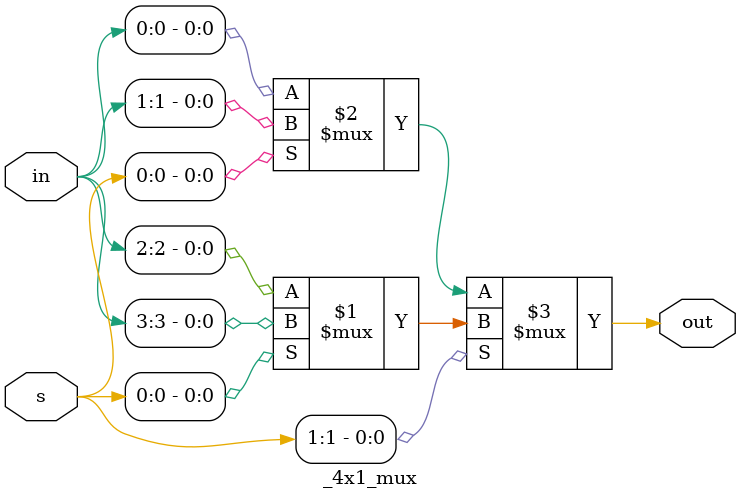
<source format=v>
module _4x1_mux(
    input [3:0]in,
    input [1:0]s,
    output out
);
assign out=s[1]?(s[0]?in[3]:in[2]):(s[0]?in[1]:in[0]);
endmodule

</source>
